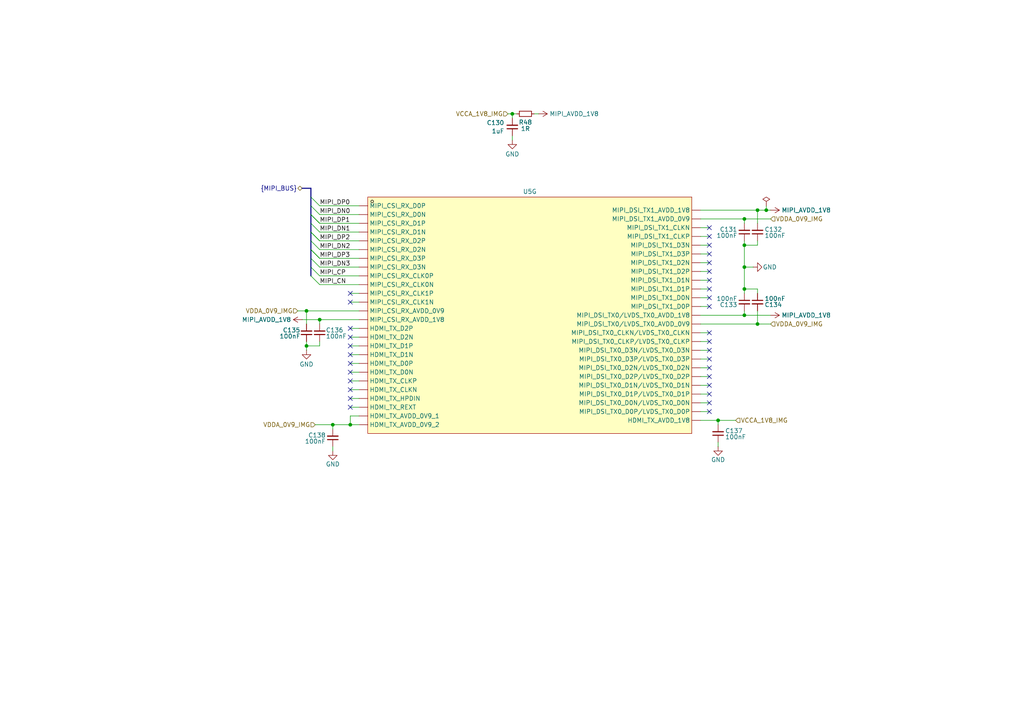
<source format=kicad_sch>
(kicad_sch (version 20250114) (generator "eeschema") (generator_version "9.0")
  (paper "A4")
  (title_block (title "MIPI CSI/DSI, HDMI") (date "2025-11-23") (rev "1.0") (company "UVic Rocketry") (comment 1 "Author: Eric Handley"))
  (junction (at 88.9 100.33))
  (junction (at 148.59 33.02))
  (junction (at 222.25 60.96))
  (junction (at 92.71 92.71))
  (junction (at 215.9 77.47))
  (junction (at 219.71 60.96))
  (junction (at 96.52 123.19))
  (junction (at 215.9 71.12))
  (junction (at 215.9 83.82))
  (junction (at 208.28 121.92))
  (junction (at 219.71 93.98))
  (junction (at 101.6 123.19))
  (junction (at 88.9 90.17))
  (junction (at 215.9 63.5))
  (junction (at 215.9 91.44))
  (no_connect (at 205.74 99.06))
  (no_connect (at 101.6 87.63))
  (no_connect (at 205.74 83.82))
  (no_connect (at 205.74 81.28))
  (no_connect (at 205.74 116.84))
  (no_connect (at 205.74 109.22))
  (no_connect (at 101.6 102.87))
  (no_connect (at 205.74 88.9))
  (no_connect (at 205.74 71.12))
  (no_connect (at 205.74 104.14))
  (no_connect (at 205.74 119.38))
  (no_connect (at 101.6 105.41))
  (no_connect (at 101.6 113.03))
  (no_connect (at 101.6 118.11))
  (no_connect (at 205.74 68.58))
  (no_connect (at 101.6 85.09))
  (no_connect (at 101.6 115.57))
  (no_connect (at 101.6 110.49))
  (no_connect (at 101.6 97.79))
  (no_connect (at 205.74 101.6))
  (no_connect (at 101.6 95.25))
  (no_connect (at 101.6 100.33))
  (no_connect (at 205.74 86.36))
  (no_connect (at 205.74 78.74))
  (no_connect (at 205.74 66.04))
  (no_connect (at 205.74 76.2))
  (no_connect (at 205.74 111.76))
  (no_connect (at 205.74 114.3))
  (no_connect (at 205.74 106.68))
  (no_connect (at 205.74 73.66))
  (no_connect (at 205.74 96.52))
  (no_connect (at 101.6 107.95))
  (bus_entry (at 90.17 74.93) (size 2.54 2.54))
  (bus_entry (at 90.17 62.23) (size 2.54 2.54))
  (bus_entry (at 90.17 77.47) (size 2.54 2.54))
  (bus_entry (at 90.17 80.01) (size 2.54 2.54))
  (bus_entry (at 90.17 69.85) (size 2.54 2.54))
  (bus_entry (at 90.17 62.23) (size 2.54 2.54))
  (bus_entry (at 90.17 67.31) (size 2.54 2.54))
  (bus_entry (at 90.17 72.39) (size 2.54 2.54))
  (bus_entry (at 90.17 67.31) (size 2.54 2.54))
  (bus_entry (at 90.17 57.15) (size 2.54 2.54))
  (bus_entry (at 90.17 64.77) (size 2.54 2.54))
  (bus_entry (at 90.17 72.39) (size 2.54 2.54))
  (bus_entry (at 90.17 59.69) (size 2.54 2.54))
  (wire (pts (xy 101.6 100.33) (xy 104.14 100.33)))
  (wire (pts (xy 148.59 40.64) (xy 148.59 39.37)))
  (wire (pts (xy 88.9 101.6) (xy 88.9 100.33)))
  (wire (pts (xy 215.9 77.47) (xy 218.44 77.47)))
  (wire (pts (xy 101.6 113.03) (xy 104.14 113.03)))
  (wire (pts (xy 205.74 101.6) (xy 203.2 101.6)))
  (wire (pts (xy 92.71 74.93) (xy 104.14 74.93)))
  (wire (pts (xy 222.25 59.69) (xy 222.25 60.96)))
  (wire (pts (xy 203.2 121.92) (xy 208.28 121.92)))
  (wire (pts (xy 88.9 90.17) (xy 88.9 93.98)))
  (wire (pts (xy 96.52 129.54) (xy 96.52 130.81)))
  (wire (pts (xy 205.74 106.68) (xy 203.2 106.68)))
  (wire (pts (xy 215.9 83.82) (xy 219.71 83.82)))
  (wire (pts (xy 205.74 86.36) (xy 203.2 86.36)))
  (wire (pts (xy 92.71 93.98) (xy 92.71 92.71)))
  (wire (pts (xy 101.6 118.11) (xy 104.14 118.11)))
  (wire (pts (xy 101.6 120.65) (xy 101.6 123.19)))
  (wire (pts (xy 101.6 115.57) (xy 104.14 115.57)))
  (wire (pts (xy 156.21 33.02) (xy 154.94 33.02)))
  (wire (pts (xy 92.71 100.33) (xy 92.71 99.06)))
  (bus (pts (xy 90.17 59.69) (xy 90.17 62.23)))
  (bus (pts (xy 90.17 67.31) (xy 90.17 69.85)))
  (wire (pts (xy 219.71 60.96) (xy 219.71 64.77)))
  (wire (pts (xy 215.9 63.5) (xy 223.52 63.5)))
  (wire (pts (xy 87.63 92.71) (xy 92.71 92.71)))
  (wire (pts (xy 92.71 64.77) (xy 104.14 64.77)))
  (wire (pts (xy 148.59 34.29) (xy 148.59 33.02)))
  (wire (pts (xy 101.6 95.25) (xy 104.14 95.25)))
  (wire (pts (xy 205.74 76.2) (xy 203.2 76.2)))
  (wire (pts (xy 205.74 66.04) (xy 203.2 66.04)))
  (wire (pts (xy 92.71 77.47) (xy 104.14 77.47)))
  (wire (pts (xy 101.6 85.09) (xy 104.14 85.09)))
  (wire (pts (xy 92.71 59.69) (xy 104.14 59.69)))
  (wire (pts (xy 92.71 82.55) (xy 104.14 82.55)))
  (wire (pts (xy 96.52 123.19) (xy 101.6 123.19)))
  (wire (pts (xy 215.9 71.12) (xy 219.71 71.12)))
  (wire (pts (xy 208.28 128.27) (xy 208.28 129.54)))
  (wire (pts (xy 215.9 90.17) (xy 215.9 91.44)))
  (wire (pts (xy 104.14 120.65) (xy 101.6 120.65)))
  (bus (pts (xy 90.17 69.85) (xy 90.17 72.39)))
  (wire (pts (xy 205.74 114.3) (xy 203.2 114.3)))
  (bus (pts (xy 90.17 57.15) (xy 90.17 59.69)))
  (wire (pts (xy 215.9 71.12) (xy 215.9 77.47)))
  (wire (pts (xy 215.9 83.82) (xy 215.9 85.09)))
  (wire (pts (xy 104.14 90.17) (xy 88.9 90.17)))
  (wire (pts (xy 101.6 97.79) (xy 104.14 97.79)))
  (wire (pts (xy 92.71 72.39) (xy 104.14 72.39)))
  (wire (pts (xy 205.74 88.9) (xy 203.2 88.9)))
  (wire (pts (xy 148.59 33.02) (xy 149.86 33.02)))
  (wire (pts (xy 205.74 99.06) (xy 203.2 99.06)))
  (wire (pts (xy 91.44 123.19) (xy 96.52 123.19)))
  (wire (pts (xy 205.74 116.84) (xy 203.2 116.84)))
  (wire (pts (xy 205.74 96.52) (xy 203.2 96.52)))
  (wire (pts (xy 219.71 93.98) (xy 223.52 93.98)))
  (wire (pts (xy 205.74 68.58) (xy 203.2 68.58)))
  (wire (pts (xy 101.6 110.49) (xy 104.14 110.49)))
  (wire (pts (xy 205.74 73.66) (xy 203.2 73.66)))
  (wire (pts (xy 101.6 87.63) (xy 104.14 87.63)))
  (wire (pts (xy 205.74 109.22) (xy 203.2 109.22)))
  (wire (pts (xy 215.9 77.47) (xy 215.9 83.82)))
  (wire (pts (xy 203.2 60.96) (xy 219.71 60.96)))
  (wire (pts (xy 205.74 119.38) (xy 203.2 119.38)))
  (wire (pts (xy 92.71 67.31) (xy 104.14 67.31)))
  (wire (pts (xy 92.71 62.23) (xy 104.14 62.23)))
  (wire (pts (xy 96.52 123.19) (xy 96.52 124.46)))
  (wire (pts (xy 203.2 63.5) (xy 215.9 63.5)))
  (wire (pts (xy 219.71 83.82) (xy 219.71 85.09)))
  (wire (pts (xy 219.71 60.96) (xy 222.25 60.96)))
  (wire (pts (xy 92.71 92.71) (xy 104.14 92.71)))
  (wire (pts (xy 208.28 121.92) (xy 208.28 123.19)))
  (wire (pts (xy 88.9 100.33) (xy 88.9 99.06)))
  (wire (pts (xy 215.9 71.12) (xy 215.9 69.85)))
  (wire (pts (xy 92.71 69.85) (xy 104.14 69.85)))
  (wire (pts (xy 92.71 80.01) (xy 104.14 80.01)))
  (wire (pts (xy 215.9 91.44) (xy 223.52 91.44)))
  (wire (pts (xy 101.6 105.41) (xy 104.14 105.41)))
  (wire (pts (xy 208.28 121.92) (xy 213.36 121.92)))
  (bus (pts (xy 90.17 74.93) (xy 90.17 77.47)))
  (wire (pts (xy 101.6 107.95) (xy 104.14 107.95)))
  (wire (pts (xy 101.6 102.87) (xy 104.14 102.87)))
  (wire (pts (xy 205.74 104.14) (xy 203.2 104.14)))
  (wire (pts (xy 215.9 63.5) (xy 215.9 64.77)))
  (wire (pts (xy 219.71 71.12) (xy 219.71 69.85)))
  (bus (pts (xy 90.17 54.61) (xy 87.63 54.61)))
  (wire (pts (xy 203.2 91.44) (xy 215.9 91.44)))
  (wire (pts (xy 205.74 83.82) (xy 203.2 83.82)))
  (bus (pts (xy 90.17 62.23) (xy 90.17 64.77)))
  (wire (pts (xy 203.2 93.98) (xy 219.71 93.98)))
  (wire (pts (xy 205.74 78.74) (xy 203.2 78.74)))
  (wire (pts (xy 222.25 60.96) (xy 223.52 60.96)))
  (wire (pts (xy 86.36 90.17) (xy 88.9 90.17)))
  (wire (pts (xy 219.71 90.17) (xy 219.71 93.98)))
  (wire (pts (xy 205.74 111.76) (xy 203.2 111.76)))
  (wire (pts (xy 205.74 71.12) (xy 203.2 71.12)))
  (bus (pts (xy 90.17 54.61) (xy 90.17 57.15)))
  (wire (pts (xy 101.6 123.19) (xy 104.14 123.19)))
  (wire (pts (xy 88.9 100.33) (xy 92.71 100.33)))
  (bus (pts (xy 90.17 77.47) (xy 90.17 80.01)))
  (bus (pts (xy 90.17 72.39) (xy 90.17 74.93)))
  (wire (pts (xy 205.74 81.28) (xy 203.2 81.28)))
  (wire (pts (xy 147.32 33.02) (xy 148.59 33.02)))
  (bus (pts (xy 90.17 64.77) (xy 90.17 67.31)))
  (label "MIPI_DN0" (at 92.71 62.23 0))
  (label "MIPI_DN1" (at 92.71 67.31 0))
  (label "MIPI_CN" (at 92.71 82.55 0))
  (label "MIPI_DN3" (at 92.71 77.47 0))
  (label "MIPI_CP" (at 92.71 80.01 0))
  (label "MIPI_DP0" (at 92.71 59.69 0))
  (label "MIPI_DP1" (at 92.71 64.77 0))
  (label "MIPI_DN2" (at 92.71 72.39 0))
  (label "MIPI_DP2" (at 92.71 69.85 0))
  (label "MIPI_DP3" (at 92.71 74.93 0))
  (hierarchical_label "VDDA_0V9_IMG" (shape input) (at 223.52 63.5 0))
  (hierarchical_label "VDDA_0V9_IMG" (shape input) (at 86.36 90.17 180))
  (hierarchical_label "VDDA_0V9_IMG" (shape input) (at 223.52 93.98 0))
  (hierarchical_label "VCCA_1V8_IMG" (shape input) (at 213.36 121.92 0))
  (hierarchical_label "VCCA_1V8_IMG" (shape input) (at 147.32 33.02 180))
  (hierarchical_label "VDDA_0V9_IMG" (shape input) (at 91.44 123.19 180))
  (hierarchical_label "{MIPI_BUS}" (shape bidirectional) (at 87.63 54.61 180))
  (symbol (lib_id "Device:C_Small") (at 219.71 87.63 0) (unit 1)
    (property "Reference" "C134" (at 221.742 88.3855 0) (effects (justify left)))
    (property "Value" "100nF" (at 221.742 86.614 0) (effects (justify left)))
    (property "Description" "Unpolarized capacitor, small symbol" (effects (hide yes)))
  )
  (symbol (lib_id "power:GND") (at 88.9 101.6 0) (unit 1)
    (property "Reference" "#PWR097" (effects (hide yes)))
    (property "Value" "GND" (at 88.9 105.664 0))
    (property "Description" "Power symbol creates a global label with name \"GND\" , ground" (effects (hide yes)))
  )
  (symbol (lib_id "power:VCC") (at 156.21 33.02 270) (unit 1)
    (property "Reference" "#PWR091" (effects (hide yes)))
    (property "Value" "MIPI_AVDD_1V8" (at 166.5417 33.02 90))
    (property "Description" "Power symbol creates a global label with name \"VCC\"" (effects (hide yes)))
  )
  (symbol (lib_id "power:GND") (at 96.52 130.81 0) (mirror y) (unit 1)
    (property "Reference" "#PWR099" (effects (hide yes)))
    (property "Value" "GND" (at 96.52 134.62 0))
    (property "Description" "Power symbol creates a global label with name \"GND\" , ground" (effects (hide yes)))
  )
  (symbol (lib_id "power:VCC") (at 87.63 92.71 90) (unit 1)
    (property "Reference" "#PWR096" (effects (hide yes)))
    (property "Value" "MIPI_AVDD_1V8" (at 77.2983 92.71 90))
    (property "Description" "Power symbol creates a global label with name \"VCC\"" (effects (hide yes)))
  )
  (symbol (lib_name "root_0_RK3566__2") (lib_id "RK35661_RK3566-altium-import:root_0_RK3566_") (at 153.67 91.44 0) (unit 7)
    (property "Reference" "U5" (at 153.67 55.5569 0))
    (property "Value" "RK3566" (effects (hide yes)))
    (property "Footprint" "srad-camera-footprints:BGA-565_L15.5-W14.4-P0.40_RK3566_1" (effects (hide yes)))
    (property "SYMBOL" "RK3566" (effects (hide yes)))
    (property "DEVICE" "RK3566" (effects (hide yes)))
    (property "LCSC PART NAME" "RK3566" (effects (hide yes)))
    (property "SUPPLIER PART" "C2943786" (effects (hide yes)))
    (property "MANUFACTURER" "Rockchip(瑞芯微)" (effects (hide yes)))
    (property "MANUFACTURER PART" "RK3566" (effects (hide yes)))
    (property "SUPPLIER FOOTPRINT" "BGA-565(15.5x14.4)" (effects (hide yes)))
    (property "JLCPCB PART CLASS" "Extended Part" (effects (hide yes)))
    (property "DATASHEET" "https://atta.szlcsc.com/upload/public/pdf/source/20240126/58C1D355804B22318A1D6A9C85EA3A92.pdf" (effects (hide yes)))
    (property "SUPPLIER" "LCSC" (effects (hide yes)))
    (property "ADD INTO BOM" "yes" (effects (hide yes)))
    (property "CONVERT TO PCB" "yes" (effects (hide yes)))
  )
  (symbol (lib_id "power:GND") (at 218.44 77.47 90) (unit 1)
    (property "Reference" "#PWR094" (effects (hide yes)))
    (property "Value" "GND" (at 223.266 77.47 90))
    (property "Description" "Power symbol creates a global label with name \"GND\" , ground" (effects (hide yes)))
  )
  (symbol (lib_id "power:VCC") (at 223.52 60.96 270) (unit 1)
    (property "Reference" "#PWR093" (effects (hide yes)))
    (property "Value" "MIPI_AVDD_1V8" (at 233.8517 60.96 90))
    (property "Description" "Power symbol creates a global label with name \"VCC\"" (effects (hide yes)))
  )
  (symbol (lib_id "Device:C_Small") (at 96.52 127 180) (unit 1)
    (property "Reference" "C138" (at 94.488 126.238 0) (effects (justify left)))
    (property "Value" "100nF" (at 94.488 128.0095 0) (effects (justify left)))
    (property "Description" "Unpolarized capacitor, small symbol" (effects (hide yes)))
  )
  (symbol (lib_id "power:PWR_FLAG") (at 222.25 59.69 0) (unit 1)
    (property "Reference" "#FLG07" (effects (hide yes)))
    (property "Value" "PWR_FLAG" (effects (hide yes)))
    (property "Description" "Special symbol for telling ERC where power comes from" (effects (hide yes)))
  )
  (symbol (lib_id "Device:C_Small") (at 215.9 67.31 180) (unit 1)
    (property "Reference" "C131" (at 213.868 66.548 0) (effects (justify left)))
    (property "Value" "100nF" (at 213.868 68.3195 0) (effects (justify left)))
    (property "Description" "Unpolarized capacitor, small symbol" (effects (hide yes)))
  )
  (symbol (lib_id "power:GND") (at 148.59 40.64 0) (unit 1)
    (property "Reference" "#PWR092" (effects (hide yes)))
    (property "Value" "GND" (at 148.59 44.704 0))
    (property "Description" "Power symbol creates a global label with name \"GND\" , ground" (effects (hide yes)))
  )
  (symbol (lib_id "Device:C_Small") (at 208.28 125.73 0) (mirror x) (unit 1)
    (property "Reference" "C137" (at 210.312 124.968 0) (effects (justify left)))
    (property "Value" "100nF" (at 210.312 126.7395 0) (effects (justify left)))
    (property "Description" "Unpolarized capacitor, small symbol" (effects (hide yes)))
  )
  (symbol (lib_id "power:GND") (at 208.28 129.54 0) (unit 1)
    (property "Reference" "#PWR098" (effects (hide yes)))
    (property "Value" "GND" (at 208.28 133.35 0))
    (property "Description" "Power symbol creates a global label with name \"GND\" , ground" (effects (hide yes)))
  )
  (symbol (lib_id "power:VCC") (at 223.52 91.44 270) (unit 1)
    (property "Reference" "#PWR095" (effects (hide yes)))
    (property "Value" "MIPI_AVDD_1V8" (at 233.8517 91.44 90))
    (property "Description" "Power symbol creates a global label with name \"VCC\"" (effects (hide yes)))
  )
  (symbol (lib_id "Device:C_Small") (at 92.71 96.52 0) (mirror x) (unit 1)
    (property "Reference" "C136" (at 94.488 95.758 0) (effects (justify left)))
    (property "Value" "100nF" (at 94.488 97.536 0) (effects (justify left)))
    (property "Description" "Unpolarized capacitor, small symbol" (effects (hide yes)))
  )
  (symbol (lib_id "Device:C_Small") (at 88.9 96.52 0) (mirror x) (unit 1)
    (property "Reference" "C135" (at 87.122 95.758 0) (effects (justify right)))
    (property "Value" "100nF" (at 87.122 97.536 0) (effects (justify right)))
    (property "Description" "Unpolarized capacitor, small symbol" (effects (hide yes)))
  )
  (symbol (lib_id "Device:C_Small") (at 219.71 67.31 0) (mirror x) (unit 1)
    (property "Reference" "C132" (at 221.742 66.5545 0) (effects (justify left)))
    (property "Value" "100nF" (at 221.742 68.326 0) (effects (justify left)))
    (property "Description" "Unpolarized capacitor, small symbol" (effects (hide yes)))
  )
  (symbol (lib_id "Device:R_Small") (at 152.4 33.02 270) (unit 1)
    (property "Reference" "R48" (at 152.4 35.4767 90))
    (property "Value" "1R" (at 152.4 37.338 90))
    (property "Description" "Resistor, small symbol" (effects (hide yes)))
  )
  (symbol (lib_id "Device:C_Small") (at 148.59 36.83 0) (mirror x) (unit 1)
    (property "Reference" "C130" (at 146.266 35.6114 0) (effects (justify right)))
    (property "Value" "1uF" (at 146.266 38.0357 0) (effects (justify right)))
    (property "Description" "Unpolarized capacitor, small symbol" (effects (hide yes)))
  )
  (symbol (lib_id "Device:C_Small") (at 215.9 87.63 0) (mirror y) (unit 1)
    (property "Reference" "C133" (at 213.868 88.392 0) (effects (justify left)))
    (property "Value" "100nF" (at 213.868 86.6205 0) (effects (justify left)))
    (property "Description" "Unpolarized capacitor, small symbol" (effects (hide yes)))
  )
)
</source>
